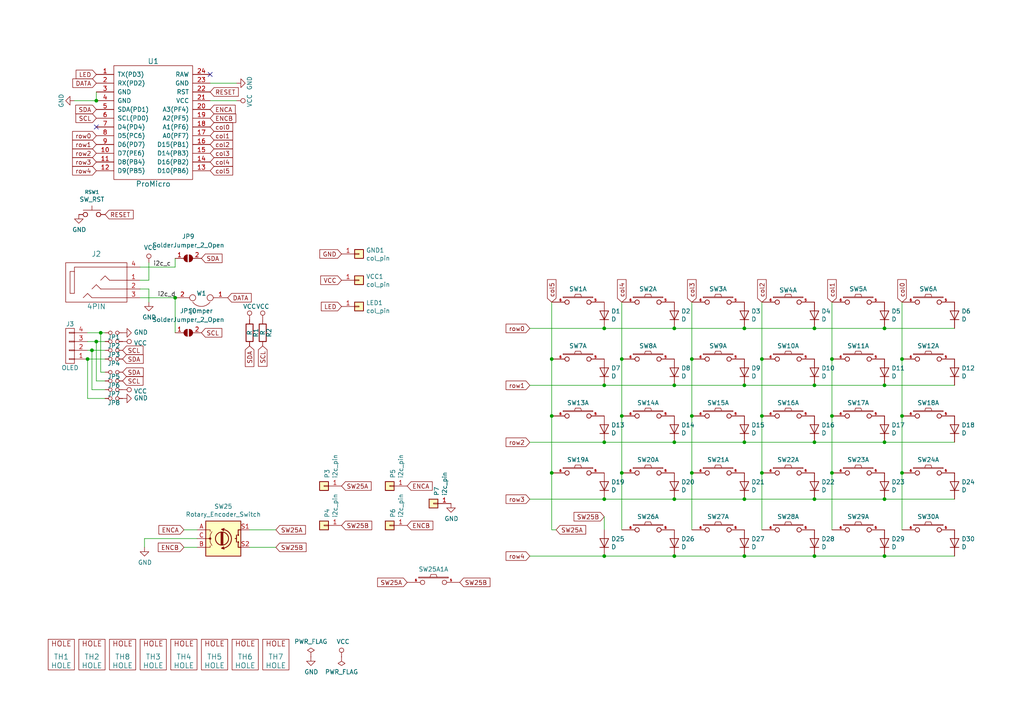
<source format=kicad_sch>
(kicad_sch (version 20211123) (generator eeschema)
  (paper "A4")
  (lib_symbols
    (symbol "Jumper:SolderJumper_2_Open" (pin_names (offset 0) hide)
      (property "Reference" "JP" (at 0 2.032 0))
      (property "Value" "SolderJumper_2_Open" (at 0 -2.54 0))
      (symbol "SolderJumper_2_Open_1_1"
        (pin passive line (at -3.81 0 0) (length 2.54) (name "A") (number "1"))
        (pin passive line (at 3.81 0 180) (length 2.54) (name "B") (number "2"))
      )
    )
    (symbol "SofleKeyboard-rescue:D-Lily58-cache-Lily58_Pro-rescue" (pin_numbers hide) (pin_names (offset 1.016) hide)
      (property "Reference" "D" (at 0 2.54 0))
      (property "Value" "D-Lily58-cache-Lily58_Pro-rescue" (at 0 -2.54 0))
      (symbol "D-Lily58-cache-Lily58_Pro-rescue_1_1"
        (pin passive line (at -3.81 0 0) (length 2.54) (name "K") (number "1"))
        (pin passive line (at 3.81 0 180) (length 2.54) (name "A") (number "2"))
      )
    )
    (symbol "SofleKeyboard-rescue:GND-Lily58-cache-Lily58_Pro-rescue" (power) (pin_names (offset 0))
      (property "Value" "GND-Lily58-cache-Lily58_Pro-rescue" (at 0 -3.81 0))
      (symbol "GND-Lily58-cache-Lily58_Pro-rescue_1_1"
        (pin power_in line (at 0 0 0) (length 0) hide (name "GND") (number "1"))
      )
    )
    (symbol "SofleKeyboard-rescue:GND-power" (power) (pin_names (offset 0))
      (property "Value" "GND-power" (at 0 -3.81 0))
      (symbol "GND-power_1_1"
        (pin power_in line (at 0 0 270) (length 0) hide (name "GND") (number "1"))
      )
    )
    (symbol "SofleKeyboard-rescue:HOLE-Lily58-cache-Lily58_Pro-rescue" (pin_names (offset 1.016))
      (property "Reference" "U" (at 0 0 0))
      (property "Value" "HOLE-Lily58-cache-Lily58_Pro-rescue" (at 0 -5.08 0))
      (symbol "HOLE-Lily58-cache-Lily58_Pro-rescue_0_0"
        (text "HOLE" (at 0 3.81 0) (effects (font (size 1.524 1.524))))
      )
    )
    (symbol "SofleKeyboard-rescue:Jumper-Device" (pin_names (offset 0.762) hide)
      (property "Reference" "JP" (at 0 3.81 0))
      (property "Value" "Jumper-Device" (at 0 -2.032 0))
      (symbol "Jumper-Device_0_1"
        (pin passive line (at -7.62 0 0) (length 4.191) (name "1") (number "1"))
        (pin passive line (at 7.62 0 180) (length 4.191) (name "2") (number "2"))
      )
    )
    (symbol "SofleKeyboard-rescue:Jumper_NO_Small-Device" (pin_numbers hide) (pin_names (offset 0.762) hide)
      (property "Reference" "JP" (at 0 2.032 0))
      (property "Value" "Jumper_NO_Small-Device" (at 0.254 -1.524 0))
      (symbol "Jumper_NO_Small-Device_0_1"
        (pin passive line (at -2.54 0 0) (length 1.016) (name "1") (number "1"))
        (pin passive line (at 2.54 0 180) (length 1.016) (name "2") (number "2"))
      )
    )
    (symbol "SofleKeyboard-rescue:MJ-4PP-9-Lily58-cache-Lily58_Pro-rescue" (pin_names (offset 1.016))
      (property "Reference" "J" (at -8.89 -7.62 0))
      (property "Value" "MJ-4PP-9-Lily58-cache-Lily58_Pro-rescue" (at -3.81 6.35 0))
      (symbol "MJ-4PP-9-Lily58-cache-Lily58_Pro-rescue_1_1"
        (pin passive line (at 11.43 0 180) (length 3.81) (name "~") (number "1"))
        (pin passive line (at 11.43 -2.54 180) (length 3.81) (name "~") (number "2"))
        (pin passive line (at 11.43 -5.08 180) (length 3.81) (name "~") (number "3"))
        (pin passive line (at 11.43 3.81 180) (length 3.81) (name "~") (number "4"))
      )
    )
    (symbol "SofleKeyboard-rescue:OLED-Lily58-cache-Lily58_Pro-rescue" (pin_names (offset 1.016) hide)
      (property "Reference" "J" (at 0 6.35 0))
      (property "Value" "OLED-Lily58-cache-Lily58_Pro-rescue" (at 2.54 0 90))
      (symbol "OLED-Lily58-cache-Lily58_Pro-rescue_1_1"
        (pin passive line (at -5.08 3.81 0) (length 3.81) (name "P1") (number "1"))
        (pin passive line (at -5.08 1.27 0) (length 3.81) (name "P2") (number "2"))
        (pin passive line (at -5.08 -1.27 0) (length 3.81) (name "P3") (number "3"))
        (pin passive line (at -5.08 -3.81 0) (length 3.81) (name "P4") (number "4"))
      )
    )
    (symbol "SofleKeyboard-rescue:PWR_FLAG-Lily58-cache-Lily58_Pro-rescue" (power) (pin_numbers hide) (pin_names (offset 0) hide)
      (property "Value" "PWR_FLAG-Lily58-cache-Lily58_Pro-rescue" (at 0 3.81 0))
      (symbol "PWR_FLAG-Lily58-cache-Lily58_Pro-rescue_0_0"
        (pin power_out line (at 0 0 90) (length 0) (name "pwr") (number "1"))
      )
    )
    (symbol "SofleKeyboard-rescue:ProMicro_2-Lily58-cache-Lily58_Pro-rescue" (pin_names (offset 1.016))
      (property "Reference" "U" (at 0 17.78 0))
      (property "Value" "ProMicro_2-Lily58-cache-Lily58_Pro-rescue" (at 0 -17.78 0))
      (symbol "ProMicro_2-Lily58-cache-Lily58_Pro-rescue_1_1"
        (pin input line (at -16.51 13.97 0) (length 5.08) (name "TX(PD3)") (number "1"))
        (pin input line (at -16.51 -8.89 0) (length 5.08) (name "D7(PE6)") (number "10"))
        (pin input line (at -16.51 -11.43 0) (length 5.08) (name "D8(PB4)") (number "11"))
        (pin input line (at -16.51 -13.97 0) (length 5.08) (name "D9(PB5)") (number "12"))
        (pin input line (at 16.51 -13.97 180) (length 5.08) (name "D10(PB6)") (number "13"))
        (pin input line (at 16.51 -11.43 180) (length 5.08) (name "D16(PB2)") (number "14"))
        (pin input line (at 16.51 -8.89 180) (length 5.08) (name "D14(PB3)") (number "15"))
        (pin input line (at 16.51 -6.35 180) (length 5.08) (name "D15(PB1)") (number "16"))
        (pin input line (at 16.51 -3.81 180) (length 5.08) (name "A0(PF7)") (number "17"))
        (pin input line (at 16.51 -1.27 180) (length 5.08) (name "A1(PF6)") (number "18"))
        (pin input line (at 16.51 1.27 180) (length 5.08) (name "A2(PF5)") (number "19"))
        (pin input line (at -16.51 11.43 0) (length 5.08) (name "RX(PD2)") (number "2"))
        (pin input line (at 16.51 3.81 180) (length 5.08) (name "A3(PF4)") (number "20"))
        (pin input line (at 16.51 6.35 180) (length 5.08) (name "VCC") (number "21"))
        (pin input line (at 16.51 8.89 180) (length 5.08) (name "RST") (number "22"))
        (pin input line (at 16.51 11.43 180) (length 5.08) (name "GND") (number "23"))
        (pin input line (at 16.51 13.97 180) (length 5.08) (name "RAW") (number "24"))
        (pin input line (at -16.51 8.89 0) (length 5.08) (name "GND") (number "3"))
        (pin input line (at -16.51 6.35 0) (length 5.08) (name "GND") (number "4"))
        (pin input line (at -16.51 3.81 0) (length 5.08) (name "SDA(PD1)") (number "5"))
        (pin input line (at -16.51 1.27 0) (length 5.08) (name "SCL(PD0)") (number "6"))
        (pin input line (at -16.51 -1.27 0) (length 5.08) (name "D4(PD4)") (number "7"))
        (pin input line (at -16.51 -3.81 0) (length 5.08) (name "D5(PC6)") (number "8"))
        (pin input line (at -16.51 -6.35 0) (length 5.08) (name "D6(PD7)") (number "9"))
      )
    )
    (symbol "SofleKeyboard-rescue:R-Lily58-cache-Lily58_Pro-rescue" (pin_numbers hide) (pin_names (offset 0))
      (property "Reference" "R" (at 0 0 90))
      (property "Value" "R-Lily58-cache-Lily58_Pro-rescue" (at -2.54 0 90))
      (symbol "R-Lily58-cache-Lily58_Pro-rescue_1_1"
        (pin passive line (at 0 3.81 270) (length 1.27) (name "~") (number "1"))
        (pin passive line (at 0 -3.81 90) (length 1.27) (name "~") (number "2"))
      )
    )
    (symbol "SofleKeyboard-rescue:Rotary_Encoder_Switch-Device" (pin_names (offset 0.254) hide)
      (property "Reference" "SW" (at 0 6.604 0))
      (property "Value" "Rotary_Encoder_Switch-Device" (at 0 -6.604 0))
      (symbol "Rotary_Encoder_Switch-Device_1_1"
        (pin passive line (at -7.62 2.54 0) (length 2.54) (name "A") (number "A"))
        (pin passive line (at -7.62 -2.54 0) (length 2.54) (name "B") (number "B"))
        (pin passive line (at -7.62 0 0) (length 2.54) (name "C") (number "C"))
        (pin passive line (at 7.62 2.54 180) (length 2.54) (name "S1") (number "S1"))
        (pin passive line (at 7.62 -2.54 180) (length 2.54) (name "S2") (number "S2"))
      )
    )
    (symbol "SofleKeyboard-rescue:SW_RST-Lily58-cache-Lily58_Pro-rescue" (pin_numbers hide) (pin_names (offset 1.016) hide)
      (property "Reference" "RSW" (at 2.54 2.54 0))
      (property "Value" "SW_RST-Lily58-cache-Lily58_Pro-rescue" (at 0 -2.54 0))
      (symbol "SW_RST-Lily58-cache-Lily58_Pro-rescue_0_1"
        (pin passive inverted (at -3.81 0 0) (length 2.54) (name "1") (number "1"))
        (pin passive inverted (at 3.81 0 180) (length 2.54) (name "2") (number "2"))
      )
    )
    (symbol "SofleKeyboard-rescue:VCC-Lily58-cache-Lily58_Pro-rescue" (power) (pin_names (offset 0))
      (property "Value" "VCC-Lily58-cache-Lily58_Pro-rescue" (at 0 3.81 0))
      (symbol "VCC-Lily58-cache-Lily58_Pro-rescue_1_1"
        (pin power_in line (at 0 0 90) (length 0) hide (name "VCC") (number "1"))
      )
    )
    (symbol "SofleKeyboard-rescue:VCC-power" (power) (pin_names (offset 0))
      (property "Value" "VCC-power" (at 0 3.81 0))
      (symbol "VCC-power_1_1"
        (pin power_in line (at 0 0 90) (length 0) hide (name "VCC") (number "1"))
      )
    )
    (symbol "SofleKeyboard-rescue:i2c_pin-Lily58-cache" (pin_names (offset 1.016) hide)
      (property "Reference" "J" (at 0 2.54 0))
      (property "Value" "i2c_pin-Lily58-cache" (at 0 -2.54 0))
      (symbol "i2c_pin-Lily58-cache_1_1"
        (pin passive line (at -5.08 0 0) (length 3.81) (name "Pin_1") (number "1"))
      )
    )
    (symbol "SofleKeyboard-rescue:i2c_pin-Lily58-cache-Lily58_Pro-rescue" (pin_names (offset 1.016) hide)
      (property "Reference" "J" (at 0 2.54 0))
      (property "Value" "i2c_pin-Lily58-cache-Lily58_Pro-rescue" (at 0 -2.54 0))
      (symbol "i2c_pin-Lily58-cache-Lily58_Pro-rescue_1_1"
        (pin passive line (at -5.08 0 0) (length 3.81) (name "Pin_1") (number "1"))
      )
    )
    (symbol "SofleKeyboard:SW_PUSH-MX_W_LED" (pin_names (offset 1.016))
      (property "Reference" "SW?" (at 0 3.81 0))
      (property "Value" "SW_PUSH-MX_W_LED" (at 1.27 -3.81 0))
      (symbol "SW_PUSH-MX_W_LED_1_1"
        (pin passive inverted (at 7.62 0 180) (length 5.08) (name "~") (number "5"))
        (pin passive inverted (at -7.62 0 0) (length 5.08) (name "~") (number "6"))
      )
      (symbol "SW_PUSH-MX_W_LED_2_0"
        (text "SK6812mini" (at 0 0 0) (effects (font (size 0.7874 0.7874))))
      )
      (symbol "SW_PUSH-MX_W_LED_2_1"
        (pin output line (at -5.08 1.27 0) (length 1.27) (name "DOUT") (number "1"))
        (pin power_in line (at -5.08 -1.27 0) (length 1.27) (name "VSS") (number "2"))
        (pin input line (at 5.08 -1.27 180) (length 1.27) (name "DIN") (number "3"))
        (pin power_in line (at 5.08 1.27 180) (length 1.27) (name "VDD") (number "4"))
      )
    )
  )
  (junction (at 27.94 29.21))
  (junction (at 180.34 104.14))
  (junction (at 195.58 111.76))
  (junction (at 236.22 144.78))
  (junction (at 195.58 128.27))
  (junction (at 200.66 137.16))
  (junction (at 180.34 137.16))
  (junction (at 261.62 104.14))
  (junction (at 29.21 96.52))
  (junction (at 236.22 161.29))
  (junction (at 215.9 111.76))
  (junction (at 175.26 161.29))
  (junction (at 175.26 128.27))
  (junction (at 27.94 99.06))
  (junction (at 215.9 144.78))
  (junction (at 195.58 95.25))
  (junction (at 256.54 161.29))
  (junction (at 195.58 144.78))
  (junction (at 236.22 111.76))
  (junction (at 220.98 104.14))
  (junction (at 160.02 137.16))
  (junction (at 256.54 144.78))
  (junction (at 241.3 137.16))
  (junction (at 256.54 95.25))
  (junction (at 261.62 120.65))
  (junction (at 256.54 111.76))
  (junction (at 215.9 161.29))
  (junction (at 160.02 120.65))
  (junction (at 241.3 104.14))
  (junction (at 220.98 137.16))
  (junction (at 261.62 137.16))
  (junction (at 175.26 95.25))
  (junction (at 215.9 128.27))
  (junction (at 256.54 128.27))
  (junction (at 175.26 144.78))
  (junction (at 195.58 161.29))
  (junction (at 50.8 86.36))
  (junction (at 25.4 104.14))
  (junction (at 175.26 111.76))
  (junction (at 236.22 95.25))
  (junction (at 200.66 120.65))
  (junction (at 200.66 104.14))
  (junction (at 160.02 104.14))
  (junction (at 26.67 101.6))
  (junction (at 215.9 95.25))
  (junction (at 241.3 120.65))
  (junction (at 220.98 120.65))
  (junction (at 236.22 128.27))
  (junction (at 180.34 120.65))
  (no_connect (at 60.96 21.59))
  (no_connect (at 27.94 36.83))
  (wire (pts (xy 41.91 156.21) (xy 41.91 158.75)))
  (wire (pts (xy 53.34 153.67) (xy 57.15 153.67)))
  (wire (pts (xy 220.98 104.14) (xy 220.98 120.65)))
  (wire (pts (xy 175.26 144.78) (xy 153.67 144.78)))
  (wire (pts (xy 40.64 86.36) (xy 50.8 86.36)))
  (wire (pts (xy 241.3 87.63) (xy 241.3 104.14)))
  (wire (pts (xy 72.39 153.67) (xy 80.01 153.67)))
  (wire (pts (xy 26.67 113.03) (xy 30.48 113.03)))
  (wire (pts (xy 175.26 128.27) (xy 153.67 128.27)))
  (wire (pts (xy 160.02 87.63) (xy 160.02 104.14)))
  (wire (pts (xy 236.22 144.78) (xy 256.54 144.78)))
  (wire (pts (xy 160.02 104.14) (xy 160.02 120.65)))
  (wire (pts (xy 175.26 111.76) (xy 153.67 111.76)))
  (wire (pts (xy 256.54 95.25) (xy 236.22 95.25)))
  (wire (pts (xy 261.62 137.16) (xy 261.62 153.67)))
  (wire (pts (xy 241.3 137.16) (xy 241.3 120.65)))
  (wire (pts (xy 43.18 76.2) (xy 43.18 81.28)))
  (wire (pts (xy 25.4 96.52) (xy 29.21 96.52)))
  (wire (pts (xy 200.66 87.63) (xy 200.66 104.14)))
  (wire (pts (xy 175.26 161.29) (xy 195.58 161.29)))
  (wire (pts (xy 27.94 110.49) (xy 30.48 110.49)))
  (wire (pts (xy 261.62 120.65) (xy 261.62 137.16)))
  (wire (pts (xy 256.54 95.25) (xy 276.86 95.25)))
  (wire (pts (xy 220.98 87.63) (xy 220.98 104.14)))
  (wire (pts (xy 27.94 29.21) (xy 21.59 29.21)))
  (wire (pts (xy 195.58 95.25) (xy 215.9 95.25)))
  (wire (pts (xy 153.67 161.29) (xy 175.26 161.29)))
  (wire (pts (xy 25.4 104.14) (xy 25.4 115.57)))
  (wire (pts (xy 175.26 95.25) (xy 153.67 95.25)))
  (wire (pts (xy 27.94 26.67) (xy 27.94 29.21)))
  (wire (pts (xy 26.67 101.6) (xy 30.48 101.6)))
  (wire (pts (xy 195.58 128.27) (xy 215.9 128.27)))
  (wire (pts (xy 215.9 128.27) (xy 236.22 128.27)))
  (wire (pts (xy 50.8 74.93) (xy 50.8 77.47)))
  (wire (pts (xy 256.54 161.29) (xy 276.86 161.29)))
  (wire (pts (xy 220.98 120.65) (xy 220.98 137.16)))
  (wire (pts (xy 236.22 128.27) (xy 256.54 128.27)))
  (wire (pts (xy 241.3 137.16) (xy 241.3 153.67)))
  (wire (pts (xy 195.58 111.76) (xy 215.9 111.76)))
  (wire (pts (xy 60.96 24.13) (xy 68.58 24.13)))
  (wire (pts (xy 25.4 115.57) (xy 30.48 115.57)))
  (wire (pts (xy 26.67 101.6) (xy 26.67 113.03)))
  (wire (pts (xy 25.4 101.6) (xy 26.67 101.6)))
  (wire (pts (xy 29.21 96.52) (xy 30.48 96.52)))
  (wire (pts (xy 195.58 144.78) (xy 215.9 144.78)))
  (wire (pts (xy 195.58 144.78) (xy 175.26 144.78)))
  (wire (pts (xy 160.02 137.16) (xy 160.02 153.67)))
  (wire (pts (xy 200.66 104.14) (xy 200.66 120.65)))
  (wire (pts (xy 40.64 77.47) (xy 50.8 77.47)))
  (wire (pts (xy 57.15 156.21) (xy 41.91 156.21)))
  (wire (pts (xy 30.48 104.14) (xy 25.4 104.14)))
  (wire (pts (xy 29.21 96.52) (xy 29.21 107.95)))
  (wire (pts (xy 160.02 120.65) (xy 160.02 137.16)))
  (wire (pts (xy 200.66 120.65) (xy 200.66 137.16)))
  (wire (pts (xy 40.64 83.82) (xy 43.18 83.82)))
  (wire (pts (xy 215.9 95.25) (xy 236.22 95.25)))
  (wire (pts (xy 215.9 144.78) (xy 236.22 144.78)))
  (wire (pts (xy 215.9 111.76) (xy 236.22 111.76)))
  (wire (pts (xy 256.54 111.76) (xy 276.86 111.76)))
  (wire (pts (xy 72.39 158.75) (xy 80.01 158.75)))
  (wire (pts (xy 256.54 128.27) (xy 276.86 128.27)))
  (wire (pts (xy 256.54 144.78) (xy 276.86 144.78)))
  (wire (pts (xy 261.62 120.65) (xy 261.62 104.14)))
  (wire (pts (xy 27.94 99.06) (xy 30.48 99.06)))
  (wire (pts (xy 180.34 120.65) (xy 180.34 137.16)))
  (wire (pts (xy 27.94 99.06) (xy 27.94 110.49)))
  (wire (pts (xy 160.02 153.67) (xy 161.29 153.67)))
  (wire (pts (xy 43.18 81.28) (xy 40.64 81.28)))
  (wire (pts (xy 180.34 104.14) (xy 180.34 120.65)))
  (wire (pts (xy 53.34 158.75) (xy 57.15 158.75)))
  (wire (pts (xy 200.66 137.16) (xy 200.66 153.67)))
  (wire (pts (xy 195.58 95.25) (xy 175.26 95.25)))
  (wire (pts (xy 43.18 83.82) (xy 43.18 87.63)))
  (wire (pts (xy 50.8 86.36) (xy 50.8 96.52)))
  (wire (pts (xy 180.34 87.63) (xy 180.34 104.14)))
  (wire (pts (xy 175.26 149.86) (xy 175.26 153.67)))
  (wire (pts (xy 60.96 29.21) (xy 68.58 29.21)))
  (wire (pts (xy 236.22 161.29) (xy 256.54 161.29)))
  (wire (pts (xy 29.21 107.95) (xy 30.48 107.95)))
  (wire (pts (xy 261.62 104.14) (xy 261.62 87.63)))
  (wire (pts (xy 195.58 111.76) (xy 175.26 111.76)))
  (wire (pts (xy 220.98 137.16) (xy 220.98 153.67)))
  (wire (pts (xy 215.9 161.29) (xy 236.22 161.29)))
  (wire (pts (xy 236.22 111.76) (xy 256.54 111.76)))
  (wire (pts (xy 195.58 161.29) (xy 215.9 161.29)))
  (wire (pts (xy 241.3 104.14) (xy 241.3 120.65)))
  (wire (pts (xy 195.58 128.27) (xy 175.26 128.27)))
  (wire (pts (xy 25.4 99.06) (xy 27.94 99.06)))
  (wire (pts (xy 180.34 137.16) (xy 180.34 153.67)))
  (label "i2c_c" (at 44.45 77.47 0))
  (label "i2c_d" (at 45.72 86.36 0))
  (global_label "col1" (shape input) (at 241.3 87.63 90) (property "Intersheet References" "${INTERSHEET_REFS}" (effects hide)))
  (global_label "SW25A" (shape input) (at 161.29 153.67 0) (property "Intersheet References" "${INTERSHEET_REFS}" (effects hide)))
  (global_label "SCL" (shape input) (at 58.42 96.52 0) (property "Intersheet References" "${INTERSHEET_REFS}" (effects hide)))
  (global_label "ENCB" (shape input) (at 53.34 158.75 180) (property "Intersheet References" "${INTERSHEET_REFS}" (effects hide)))
  (global_label "col1" (shape input) (at 60.96 39.37 0) (property "Intersheet References" "${INTERSHEET_REFS}" (effects hide)))
  (global_label "SDA" (shape input) (at 72.39 100.33 270) (property "Intersheet References" "${INTERSHEET_REFS}" (effects hide)))
  (global_label "col3" (shape input) (at 200.66 87.63 90) (property "Intersheet References" "${INTERSHEET_REFS}" (effects hide)))
  (global_label "col0" (shape input) (at 60.96 36.83 0) (property "Intersheet References" "${INTERSHEET_REFS}" (effects hide)))
  (global_label "SW25A" (shape input) (at 80.01 153.67 0) (property "Intersheet References" "${INTERSHEET_REFS}" (effects hide)))
  (global_label "row4" (shape input) (at 153.67 161.29 180) (property "Intersheet References" "${INTERSHEET_REFS}" (effects hide)))
  (global_label "col4" (shape input) (at 60.96 46.99 0) (property "Intersheet References" "${INTERSHEET_REFS}" (effects hide)))
  (global_label "row2" (shape input) (at 153.67 128.27 180) (property "Intersheet References" "${INTERSHEET_REFS}" (effects hide)))
  (global_label "SCL" (shape input) (at 76.2 100.33 270) (property "Intersheet References" "${INTERSHEET_REFS}" (effects hide)))
  (global_label "col0" (shape input) (at 261.62 87.63 90) (property "Intersheet References" "${INTERSHEET_REFS}" (effects hide)))
  (global_label "GND" (shape input) (at 99.06 73.66 180) (property "Intersheet References" "${INTERSHEET_REFS}" (effects hide)))
  (global_label "DATA" (shape input) (at 66.04 86.36 0) (property "Intersheet References" "${INTERSHEET_REFS}" (effects hide)))
  (global_label "RESET" (shape input) (at 60.96 26.67 0) (property "Intersheet References" "${INTERSHEET_REFS}" (effects hide)))
  (global_label "VCC" (shape input) (at 99.06 81.28 180) (property "Intersheet References" "${INTERSHEET_REFS}" (effects hide)))
  (global_label "SDA" (shape input) (at 35.56 104.14 0) (property "Intersheet References" "${INTERSHEET_REFS}" (effects hide)))
  (global_label "SCL" (shape input) (at 27.94 34.29 180) (property "Intersheet References" "${INTERSHEET_REFS}" (effects hide)))
  (global_label "row0" (shape input) (at 27.94 39.37 180) (property "Intersheet References" "${INTERSHEET_REFS}" (effects hide)))
  (global_label "row0" (shape input) (at 153.67 95.25 180) (property "Intersheet References" "${INTERSHEET_REFS}" (effects hide)))
  (global_label "LED" (shape input) (at 99.06 88.9 180) (property "Intersheet References" "${INTERSHEET_REFS}" (effects hide)))
  (global_label "row3" (shape input) (at 153.67 144.78 180) (property "Intersheet References" "${INTERSHEET_REFS}" (effects hide)))
  (global_label "ENCA" (shape input) (at 53.34 153.67 180) (property "Intersheet References" "${INTERSHEET_REFS}" (effects hide)))
  (global_label "SDA" (shape input) (at 27.94 31.75 180) (property "Intersheet References" "${INTERSHEET_REFS}" (effects hide)))
  (global_label "LED" (shape input) (at 27.94 21.59 180) (property "Intersheet References" "${INTERSHEET_REFS}" (effects hide)))
  (global_label "SCL" (shape input) (at 35.56 101.6 0) (property "Intersheet References" "${INTERSHEET_REFS}" (effects hide)))
  (global_label "row3" (shape input) (at 27.94 46.99 180) (property "Intersheet References" "${INTERSHEET_REFS}" (effects hide)))
  (global_label "SW25A" (shape input) (at 99.06 140.97 0) (property "Intersheet References" "${INTERSHEET_REFS}" (effects hide)))
  (global_label "ENCB" (shape input) (at 118.11 152.4 0) (property "Intersheet References" "${INTERSHEET_REFS}" (effects hide)))
  (global_label "col5" (shape input) (at 60.96 49.53 0) (property "Intersheet References" "${INTERSHEET_REFS}" (effects hide)))
  (global_label "col3" (shape input) (at 60.96 44.45 0) (property "Intersheet References" "${INTERSHEET_REFS}" (effects hide)))
  (global_label "ENCB" (shape input) (at 60.96 34.29 0) (property "Intersheet References" "${INTERSHEET_REFS}" (effects hide)))
  (global_label "row1" (shape input) (at 153.67 111.76 180) (property "Intersheet References" "${INTERSHEET_REFS}" (effects hide)))
  (global_label "col5" (shape input) (at 160.02 87.63 90) (property "Intersheet References" "${INTERSHEET_REFS}" (effects hide)))
  (global_label "col2" (shape input) (at 60.96 41.91 0) (property "Intersheet References" "${INTERSHEET_REFS}" (effects hide)))
  (global_label "RESET" (shape input) (at 30.48 62.23 0) (property "Intersheet References" "${INTERSHEET_REFS}" (effects hide)))
  (global_label "ENCA" (shape input) (at 118.11 140.97 0) (property "Intersheet References" "${INTERSHEET_REFS}" (effects hide)))
  (global_label "SW25B" (shape input) (at 133.35 168.91 0) (property "Intersheet References" "${INTERSHEET_REFS}" (effects hide)))
  (global_label "row4" (shape input) (at 27.94 49.53 180) (property "Intersheet References" "${INTERSHEET_REFS}" (effects hide)))
  (global_label "col2" (shape input) (at 220.98 87.63 90) (property "Intersheet References" "${INTERSHEET_REFS}" (effects hide)))
  (global_label "SW25B" (shape input) (at 175.26 149.86 180) (property "Intersheet References" "${INTERSHEET_REFS}" (effects hide)))
  (global_label "row1" (shape input) (at 27.94 41.91 180) (property "Intersheet References" "${INTERSHEET_REFS}" (effects hide)))
  (global_label "SDA" (shape input) (at 35.56 107.95 0) (property "Intersheet References" "${INTERSHEET_REFS}" (effects hide)))
  (global_label "SCL" (shape input) (at 35.56 110.49 0) (property "Intersheet References" "${INTERSHEET_REFS}" (effects hide)))
  (global_label "row2" (shape input) (at 27.94 44.45 180) (property "Intersheet References" "${INTERSHEET_REFS}" (effects hide)))
  (global_label "ENCA" (shape input) (at 60.96 31.75 0) (property "Intersheet References" "${INTERSHEET_REFS}" (effects hide)))
  (global_label "col4" (shape input) (at 180.34 87.63 90) (property "Intersheet References" "${INTERSHEET_REFS}" (effects hide)))
  (global_label "DATA" (shape input) (at 27.94 24.13 180) (property "Intersheet References" "${INTERSHEET_REFS}" (effects hide)))
  (global_label "SW25B" (shape input) (at 99.06 152.4 0) (property "Intersheet References" "${INTERSHEET_REFS}" (effects hide)))
  (global_label "SDA" (shape input) (at 58.42 74.93 0) (property "Intersheet References" "${INTERSHEET_REFS}" (effects hide)))
  (global_label "SW25B" (shape input) (at 80.01 158.75 0) (property "Intersheet References" "${INTERSHEET_REFS}" (effects hide)))
  (global_label "SW25A" (shape input) (at 118.11 168.91 180) (property "Intersheet References" "${INTERSHEET_REFS}" (effects hide)))
  (symbol (lib_id "SofleKeyboard-rescue:ProMicro_2-Lily58-cache-Lily58_Pro-rescue") (at 44.45 35.56 0) (unit 1)
    (property "Reference" "U1" (at 44.45 17.78 0) (effects (font (size 1.524 1.524))))
    (property "Value" "ProMicro" (at 44.45 53.34 0) (effects (font (size 1.524 1.524))))
    (property "Footprint" "SofleRGB:ProMicro" (effects hide))
  )
  (symbol (lib_id "SofleKeyboard:SW_PUSH-MX_W_LED") (at 187.96 153.67 0) (unit 1)
    (property "Reference" "SW26" (at 187.96 149.86 0))
    (property "Value" "SW_PUSH-MX_W_LED" (effects hide))
    (property "Footprint" "SofleRGB:SK6812MINI_and_cherry_NoLEDPads" (effects hide))
  )
  (symbol (lib_id "SofleKeyboard:SW_PUSH-MX_W_LED") (at 167.64 87.63 0) (unit 1)
    (property "Reference" "SW1" (at 167.64 83.82 0))
    (property "Value" "SW_PUSH-MX_W_LED" (effects hide))
    (property "Footprint" "SofleRGB:SK6812MINI_and_cherry_NoLEDPads" (effects hide))
  )
  (symbol (lib_id "SofleKeyboard-rescue:D-Lily58-cache-Lily58_Pro-rescue") (at 175.26 91.44 90) (unit 1)
    (property "Reference" "D1" (at 177.2666 90.2716 90) (effects (justify right)))
    (property "Value" "D" (at 177.2666 92.583 90) (effects (justify right)))
    (property "Footprint" "SofleRGB:crkbd-diode" (effects hide))
  )
  (symbol (lib_id "SofleKeyboard:SW_PUSH-MX_W_LED") (at 187.96 87.63 0) (unit 1)
    (property "Reference" "SW2" (at 187.96 83.82 0))
    (property "Value" "SW_PUSH-MX_W_LED" (effects hide))
    (property "Footprint" "SofleRGB:SK6812MINI_and_cherry_NoLEDPads" (effects hide))
  )
  (symbol (lib_id "SofleKeyboard-rescue:D-Lily58-cache-Lily58_Pro-rescue") (at 195.58 91.44 90) (unit 1)
    (property "Reference" "D2" (at 197.5866 90.2716 90) (effects (justify right)))
    (property "Value" "D" (at 197.5866 92.583 90) (effects (justify right)))
    (property "Footprint" "SofleRGB:crkbd-diode" (effects hide))
  )
  (symbol (lib_id "SofleKeyboard:SW_PUSH-MX_W_LED") (at 208.28 87.63 0) (unit 1)
    (property "Reference" "SW3" (at 208.28 83.82 0))
    (property "Value" "SW_PUSH-MX_W_LED" (effects hide))
    (property "Footprint" "SofleRGB:SK6812MINI_and_cherry_NoLEDPads" (effects hide))
  )
  (symbol (lib_id "SofleKeyboard-rescue:D-Lily58-cache-Lily58_Pro-rescue") (at 215.9 91.44 90) (unit 1)
    (property "Reference" "D3" (at 217.9066 90.2716 90) (effects (justify right)))
    (property "Value" "D" (at 217.9066 92.583 90) (effects (justify right)))
    (property "Footprint" "SofleRGB:crkbd-diode" (effects hide))
  )
  (symbol (lib_id "SofleKeyboard:SW_PUSH-MX_W_LED") (at 228.6 87.63 0) (unit 1)
    (property "Reference" "SW4" (at 228.6 84.1502 0))
    (property "Value" "SW_PUSH-MX_W_LED" (effects hide))
    (property "Footprint" "SofleRGB:SK6812MINI_and_cherry_NoLEDPads" (effects hide))
  )
  (symbol (lib_id "SofleKeyboard-rescue:D-Lily58-cache-Lily58_Pro-rescue") (at 236.22 91.44 90) (unit 1)
    (property "Reference" "D4" (at 238.2266 90.2716 90) (effects (justify right)))
    (property "Value" "D" (at 238.2266 92.583 90) (effects (justify right)))
    (property "Footprint" "SofleRGB:crkbd-diode" (effects hide))
  )
  (symbol (lib_id "SofleKeyboard:SW_PUSH-MX_W_LED") (at 248.92 87.63 0) (unit 1)
    (property "Reference" "SW5" (at 248.92 83.82 0))
    (property "Value" "SW_PUSH-MX_W_LED" (effects hide))
    (property "Footprint" "SofleRGB:SK6812MINI_and_cherry_NoLEDPads" (effects hide))
  )
  (symbol (lib_id "SofleKeyboard-rescue:D-Lily58-cache-Lily58_Pro-rescue") (at 256.54 91.44 90) (unit 1)
    (property "Reference" "D5" (at 258.5466 90.2716 90) (effects (justify right)))
    (property "Value" "D" (at 258.5466 92.583 90) (effects (justify right)))
    (property "Footprint" "SofleRGB:crkbd-diode" (effects hide))
  )
  (symbol (lib_id "SofleKeyboard:SW_PUSH-MX_W_LED") (at 269.24 87.63 0) (unit 1)
    (property "Reference" "SW6" (at 269.24 83.82 0))
    (property "Value" "SW_PUSH-MX_W_LED" (effects hide))
    (property "Footprint" "SofleRGB:SK6812MINI_and_cherry_NoLEDPads" (effects hide))
  )
  (symbol (lib_id "SofleKeyboard-rescue:D-Lily58-cache-Lily58_Pro-rescue") (at 276.86 91.44 90) (unit 1)
    (property "Reference" "D6" (at 278.8666 90.2716 90) (effects (justify right)))
    (property "Value" "D" (at 278.8666 92.583 90) (effects (justify right)))
    (property "Footprint" "SofleRGB:crkbd-diode" (effects hide))
  )
  (symbol (lib_id "SofleKeyboard:SW_PUSH-MX_W_LED") (at 187.96 104.14 0) (unit 1)
    (property "Reference" "SW8" (at 187.96 100.33 0))
    (property "Value" "SW_PUSH-MX_W_LED" (effects hide))
    (property "Footprint" "SofleRGB:SK6812MINI_and_cherry_NoLEDPads" (effects hide))
  )
  (symbol (lib_id "SofleKeyboard:SW_PUSH-MX_W_LED") (at 208.28 104.14 0) (unit 1)
    (property "Reference" "SW9" (at 208.28 100.33 0))
    (property "Value" "SW_PUSH-MX_W_LED" (effects hide))
    (property "Footprint" "SofleRGB:SK6812MINI_and_cherry_NoLEDPads" (effects hide))
  )
  (symbol (lib_id "SofleKeyboard:SW_PUSH-MX_W_LED") (at 228.6 104.14 0) (unit 1)
    (property "Reference" "SW10" (at 228.6 100.33 0))
    (property "Value" "SW_PUSH-MX_W_LED" (effects hide))
    (property "Footprint" "SofleRGB:SK6812MINI_and_cherry_NoLEDPads" (effects hide))
  )
  (symbol (lib_id "SofleKeyboard:SW_PUSH-MX_W_LED") (at 248.92 104.14 0) (unit 1)
    (property "Reference" "SW11" (at 248.92 100.33 0))
    (property "Value" "SW_PUSH-MX_W_LED" (effects hide))
    (property "Footprint" "SofleRGB:SK6812MINI_and_cherry_NoLEDPads" (effects hide))
  )
  (symbol (lib_id "SofleKeyboard:SW_PUSH-MX_W_LED") (at 269.24 104.14 0) (unit 1)
    (property "Reference" "SW12" (at 269.24 100.33 0))
    (property "Value" "SW_PUSH-MX_W_LED" (effects hide))
    (property "Footprint" "SofleRGB:SK6812MINI_and_cherry_NoLEDPads" (effects hide))
  )
  (symbol (lib_id "SofleKeyboard:SW_PUSH-MX_W_LED") (at 167.64 104.14 0) (unit 1)
    (property "Reference" "SW7" (at 167.64 100.33 0))
    (property "Value" "SW_PUSH-MX_W_LED" (effects hide))
    (property "Footprint" "SofleRGB:SK6812MINI_and_cherry_NoLEDPads" (effects hide))
  )
  (symbol (lib_id "SofleKeyboard-rescue:D-Lily58-cache-Lily58_Pro-rescue") (at 175.26 107.95 90) (unit 1)
    (property "Reference" "D7" (at 177.2666 106.7816 90) (effects (justify right)))
    (property "Value" "D" (at 177.2666 109.093 90) (effects (justify right)))
    (property "Footprint" "SofleRGB:crkbd-diode" (effects hide))
  )
  (symbol (lib_id "SofleKeyboard-rescue:D-Lily58-cache-Lily58_Pro-rescue") (at 195.58 107.95 90) (unit 1)
    (property "Reference" "D8" (at 197.5866 106.7816 90) (effects (justify right)))
    (property "Value" "D" (at 197.5866 109.093 90) (effects (justify right)))
    (property "Footprint" "SofleRGB:crkbd-diode" (effects hide))
  )
  (symbol (lib_id "SofleKeyboard-rescue:D-Lily58-cache-Lily58_Pro-rescue") (at 215.9 107.95 90) (unit 1)
    (property "Reference" "D9" (at 217.9066 106.7816 90) (effects (justify right)))
    (property "Value" "D" (at 217.9066 109.093 90) (effects (justify right)))
    (property "Footprint" "SofleRGB:crkbd-diode" (effects hide))
  )
  (symbol (lib_id "SofleKeyboard-rescue:D-Lily58-cache-Lily58_Pro-rescue") (at 236.22 107.95 90) (unit 1)
    (property "Reference" "D10" (at 238.2266 106.7816 90) (effects (justify right)))
    (property "Value" "D" (at 238.2266 109.093 90) (effects (justify right)))
    (property "Footprint" "SofleRGB:crkbd-diode" (effects hide))
  )
  (symbol (lib_id "SofleKeyboard-rescue:D-Lily58-cache-Lily58_Pro-rescue") (at 256.54 107.95 90) (unit 1)
    (property "Reference" "D11" (at 258.5466 106.7816 90) (effects (justify right)))
    (property "Value" "D" (at 258.5466 109.093 90) (effects (justify right)))
    (property "Footprint" "SofleRGB:crkbd-diode" (effects hide))
  )
  (symbol (lib_id "SofleKeyboard-rescue:D-Lily58-cache-Lily58_Pro-rescue") (at 276.86 107.95 90) (unit 1)
    (property "Reference" "D12" (at 278.8666 106.7816 90) (effects (justify right)))
    (property "Value" "D" (at 278.8666 109.093 90) (effects (justify right)))
    (property "Footprint" "SofleRGB:crkbd-diode" (effects hide))
  )
  (symbol (lib_id "SofleKeyboard:SW_PUSH-MX_W_LED") (at 167.64 120.65 0) (unit 1)
    (property "Reference" "SW13" (at 167.64 116.84 0))
    (property "Value" "SW_PUSH-MX_W_LED" (effects hide))
    (property "Footprint" "SofleRGB:SK6812MINI_and_cherry_NoLEDPads" (effects hide))
  )
  (symbol (lib_id "SofleKeyboard:SW_PUSH-MX_W_LED") (at 187.96 120.65 0) (unit 1)
    (property "Reference" "SW14" (at 187.96 116.84 0))
    (property "Value" "SW_PUSH-MX_W_LED" (effects hide))
    (property "Footprint" "SofleRGB:SK6812MINI_and_cherry_NoLEDPads" (effects hide))
  )
  (symbol (lib_id "SofleKeyboard:SW_PUSH-MX_W_LED") (at 208.28 120.65 0) (unit 1)
    (property "Reference" "SW15" (at 208.28 116.84 0))
    (property "Value" "SW_PUSH-MX_W_LED" (effects hide))
    (property "Footprint" "SofleRGB:SK6812MINI_and_cherry_NoLEDPads" (effects hide))
  )
  (symbol (lib_id "SofleKeyboard:SW_PUSH-MX_W_LED") (at 228.6 120.65 0) (unit 1)
    (property "Reference" "SW16" (at 228.6 116.84 0))
    (property "Value" "SW_PUSH-MX_W_LED" (effects hide))
    (property "Footprint" "SofleRGB:SK6812MINI_and_cherry_NoLEDPads" (effects hide))
  )
  (symbol (lib_id "SofleKeyboard:SW_PUSH-MX_W_LED") (at 248.92 120.65 0) (unit 1)
    (property "Reference" "SW17" (at 248.92 116.84 0))
    (property "Value" "SW_PUSH-MX_W_LED" (effects hide))
    (property "Footprint" "SofleRGB:SK6812MINI_and_cherry_NoLEDPads" (effects hide))
  )
  (symbol (lib_id "SofleKeyboard:SW_PUSH-MX_W_LED") (at 269.24 120.65 0) (unit 1)
    (property "Reference" "SW18" (at 269.24 116.84 0))
    (property "Value" "SW_PUSH-MX_W_LED" (effects hide))
    (property "Footprint" "SofleRGB:SK6812MINI_and_cherry_NoLEDPads" (effects hide))
  )
  (symbol (lib_id "SofleKeyboard-rescue:D-Lily58-cache-Lily58_Pro-rescue") (at 175.26 124.46 90) (unit 1)
    (property "Reference" "D13" (at 177.2666 123.2916 90) (effects (justify right)))
    (property "Value" "D" (at 177.2666 125.603 90) (effects (justify right)))
    (property "Footprint" "SofleRGB:crkbd-diode" (effects hide))
  )
  (symbol (lib_id "SofleKeyboard-rescue:D-Lily58-cache-Lily58_Pro-rescue") (at 195.58 124.46 90) (unit 1)
    (property "Reference" "D14" (at 197.5866 123.2916 90) (effects (justify right)))
    (property "Value" "D" (at 197.5866 125.603 90) (effects (justify right)))
    (property "Footprint" "SofleRGB:crkbd-diode" (effects hide))
  )
  (symbol (lib_id "SofleKeyboard-rescue:D-Lily58-cache-Lily58_Pro-rescue") (at 215.9 124.46 90) (unit 1)
    (property "Reference" "D15" (at 217.9066 123.2916 90) (effects (justify right)))
    (property "Value" "D" (at 217.9066 125.603 90) (effects (justify right)))
    (property "Footprint" "SofleRGB:crkbd-diode" (effects hide))
  )
  (symbol (lib_id "SofleKeyboard-rescue:D-Lily58-cache-Lily58_Pro-rescue") (at 236.22 124.46 90) (unit 1)
    (property "Reference" "D16" (at 238.2266 123.2916 90) (effects (justify right)))
    (property "Value" "D" (at 238.2266 125.603 90) (effects (justify right)))
    (property "Footprint" "SofleRGB:crkbd-diode" (effects hide))
  )
  (symbol (lib_id "SofleKeyboard-rescue:D-Lily58-cache-Lily58_Pro-rescue") (at 256.54 124.46 90) (unit 1)
    (property "Reference" "D17" (at 258.5466 123.2916 90) (effects (justify right)))
    (property "Value" "D" (at 258.5466 125.603 90) (effects (justify right)))
    (property "Footprint" "SofleRGB:crkbd-diode" (effects hide))
  )
  (symbol (lib_id "SofleKeyboard-rescue:D-Lily58-cache-Lily58_Pro-rescue") (at 276.86 124.46 90) (unit 1)
    (property "Reference" "D18" (at 278.8666 123.2916 90) (effects (justify right)))
    (property "Value" "D" (at 278.8666 125.603 90) (effects (justify right)))
    (property "Footprint" "SofleRGB:crkbd-diode" (effects hide))
  )
  (symbol (lib_id "SofleKeyboard:SW_PUSH-MX_W_LED") (at 208.28 137.16 0) (unit 1)
    (property "Reference" "SW21" (at 208.28 133.35 0))
    (property "Value" "SW_PUSH-MX_W_LED" (effects hide))
    (property "Footprint" "SofleRGB:SK6812MINI_and_cherry_NoLEDPads" (effects hide))
  )
  (symbol (lib_id "SofleKeyboard:SW_PUSH-MX_W_LED") (at 228.6 137.16 0) (unit 1)
    (property "Reference" "SW22" (at 228.6 133.35 0))
    (property "Value" "SW_PUSH-MX_W_LED" (effects hide))
    (property "Footprint" "SofleRGB:SK6812MINI_and_cherry_NoLEDPads" (effects hide))
  )
  (symbol (lib_id "SofleKeyboard:SW_PUSH-MX_W_LED") (at 248.92 137.16 0) (unit 1)
    (property "Reference" "SW23" (at 248.92 133.35 0))
    (property "Value" "SW_PUSH-MX_W_LED" (effects hide))
    (property "Footprint" "SofleRGB:SK6812MINI_and_cherry_NoLEDPads" (effects hide))
  )
  (symbol (lib_id "SofleKeyboard:SW_PUSH-MX_W_LED") (at 269.24 137.16 0) (unit 1)
    (property "Reference" "SW24" (at 269.24 133.35 0))
    (property "Value" "SW_PUSH-MX_W_LED" (effects hide))
    (property "Footprint" "SofleRGB:SK6812MINI_and_cherry_NoLEDPads" (effects hide))
  )
  (symbol (lib_id "SofleKeyboard:SW_PUSH-MX_W_LED") (at 187.96 137.16 0) (unit 1)
    (property "Reference" "SW20" (at 187.96 133.35 0))
    (property "Value" "SW_PUSH-MX_W_LED" (effects hide))
    (property "Footprint" "SofleRGB:SK6812MINI_and_cherry_NoLEDPads" (effects hide))
  )
  (symbol (lib_id "SofleKeyboard:SW_PUSH-MX_W_LED") (at 167.64 137.16 0) (unit 1)
    (property "Reference" "SW19" (at 167.64 133.35 0))
    (property "Value" "SW_PUSH-MX_W_LED" (effects hide))
    (property "Footprint" "SofleRGB:SK6812MINI_and_cherry_NoLEDPads" (effects hide))
  )
  (symbol (lib_id "SofleKeyboard-rescue:D-Lily58-cache-Lily58_Pro-rescue") (at 175.26 140.97 90) (unit 1)
    (property "Reference" "D19" (at 177.2666 139.8016 90) (effects (justify right)))
    (property "Value" "D" (at 177.2666 142.113 90) (effects (justify right)))
    (property "Footprint" "SofleRGB:crkbd-diode" (effects hide))
  )
  (symbol (lib_id "SofleKeyboard-rescue:D-Lily58-cache-Lily58_Pro-rescue") (at 195.58 140.97 90) (unit 1)
    (property "Reference" "D20" (at 197.5866 139.8016 90) (effects (justify right)))
    (property "Value" "D" (at 197.5866 142.113 90) (effects (justify right)))
    (property "Footprint" "SofleRGB:crkbd-diode" (effects hide))
  )
  (symbol (lib_id "SofleKeyboard-rescue:D-Lily58-cache-Lily58_Pro-rescue") (at 215.9 140.97 90) (unit 1)
    (property "Reference" "D21" (at 217.9066 139.8016 90) (effects (justify right)))
    (property "Value" "D" (at 217.9066 142.113 90) (effects (justify right)))
    (property "Footprint" "SofleRGB:crkbd-diode" (effects hide))
  )
  (symbol (lib_id "SofleKeyboard-rescue:D-Lily58-cache-Lily58_Pro-rescue") (at 236.22 140.97 90) (unit 1)
    (property "Reference" "D22" (at 238.2266 139.8016 90) (effects (justify right)))
    (property "Value" "D" (at 238.2266 142.113 90) (effects (justify right)))
    (property "Footprint" "SofleRGB:crkbd-diode" (effects hide))
  )
  (symbol (lib_id "SofleKeyboard-rescue:D-Lily58-cache-Lily58_Pro-rescue") (at 256.54 140.97 90) (unit 1)
    (property "Reference" "D23" (at 258.5466 139.8016 90) (effects (justify right)))
    (property "Value" "D" (at 258.5466 142.113 90) (effects (justify right)))
    (property "Footprint" "SofleRGB:crkbd-diode" (effects hide))
  )
  (symbol (lib_id "SofleKeyboard-rescue:D-Lily58-cache-Lily58_Pro-rescue") (at 276.86 140.97 90) (unit 1)
    (property "Reference" "D24" (at 278.8666 139.8016 90) (effects (justify right)))
    (property "Value" "D" (at 278.8666 142.113 90) (effects (justify right)))
    (property "Footprint" "SofleRGB:crkbd-diode" (effects hide))
  )
  (symbol (lib_id "SofleKeyboard:SW_PUSH-MX_W_LED") (at 208.28 153.67 0) (unit 1)
    (property "Reference" "SW27" (at 208.28 149.86 0))
    (property "Value" "SW_PUSH-MX_W_LED" (effects hide))
    (property "Footprint" "SofleRGB:SK6812MINI_and_cherry_NoLEDPads" (effects hide))
  )
  (symbol (lib_id "SofleKeyboard:SW_PUSH-MX_W_LED") (at 228.6 153.67 0) (unit 1)
    (property "Reference" "SW28" (at 228.6 149.86 0))
    (property "Value" "SW_PUSH-MX_W_LED" (effects hide))
    (property "Footprint" "SofleRGB:SK6812MINI_and_cherry_NoLEDPads" (effects hide))
  )
  (symbol (lib_id "SofleKeyboard:SW_PUSH-MX_W_LED") (at 248.92 153.67 0) (unit 1)
    (property "Reference" "SW29" (at 248.92 149.86 0))
    (property "Value" "SW_PUSH-MX_W_LED" (effects hide))
    (property "Footprint" "SofleRGB:SK6812MINI_and_cherry_NoLEDPads" (effects hide))
  )
  (symbol (lib_id "SofleKeyboard-rescue:D-Lily58-cache-Lily58_Pro-rescue") (at 175.26 157.48 90) (unit 1)
    (property "Reference" "D25" (at 177.2666 156.3116 90) (effects (justify right)))
    (property "Value" "D" (at 177.2666 158.623 90) (effects (justify right)))
    (property "Footprint" "SofleRGB:crkbd-diode" (effects hide))
  )
  (symbol (lib_id "SofleKeyboard-rescue:D-Lily58-cache-Lily58_Pro-rescue") (at 195.58 157.48 90) (unit 1)
    (property "Reference" "D26" (at 197.5866 156.3116 90) (effects (justify right)))
    (property "Value" "D" (at 197.5866 158.623 90) (effects (justify right)))
    (property "Footprint" "SofleRGB:crkbd-diode" (effects hide))
  )
  (symbol (lib_id "SofleKeyboard-rescue:D-Lily58-cache-Lily58_Pro-rescue") (at 215.9 157.48 90) (unit 1)
    (property "Reference" "D27" (at 217.9066 156.3116 90) (effects (justify right)))
    (property "Value" "D" (at 217.9066 158.623 90) (effects (justify right)))
    (property "Footprint" "SofleRGB:crkbd-diode" (effects hide))
  )
  (symbol (lib_id "SofleKeyboard-rescue:D-Lily58-cache-Lily58_Pro-rescue") (at 236.22 157.48 90) (unit 1)
    (property "Reference" "D28" (at 238.2266 156.3116 90) (effects (justify right)))
    (property "Value" "D" (at 238.2266 158.623 90) (effects (justify right)))
    (property "Footprint" "SofleRGB:crkbd-diode" (effects hide))
  )
  (symbol (lib_id "SofleKeyboard-rescue:D-Lily58-cache-Lily58_Pro-rescue") (at 256.54 157.48 90) (unit 1)
    (property "Reference" "D29" (at 258.5466 156.3116 90) (effects (justify right)))
    (property "Value" "D" (at 258.5466 158.623 90) (effects (justify right)))
    (property "Footprint" "SofleRGB:crkbd-diode" (effects hide))
  )
  (symbol (lib_id "SofleKeyboard-rescue:VCC-Lily58-cache-Lily58_Pro-rescue") (at 68.58 29.21 270) (unit 1)
    (property "Reference" "#PWR04" (effects hide))
    (property "Value" "VCC" (at 72.39 29.21 0))
  )
  (symbol (lib_id "SofleKeyboard-rescue:VCC-Lily58-cache-Lily58_Pro-rescue") (at 72.39 92.71 0) (unit 1)
    (property "Reference" "#PWR05" (effects hide))
    (property "Value" "VCC" (at 72.39 88.9 0))
  )
  (symbol (lib_id "SofleKeyboard-rescue:VCC-Lily58-cache-Lily58_Pro-rescue") (at 76.2 92.71 0) (unit 1)
    (property "Reference" "#PWR06" (effects hide))
    (property "Value" "VCC" (at 76.2 88.9 0))
  )
  (symbol (lib_id "SofleKeyboard-rescue:R-Lily58-cache-Lily58_Pro-rescue") (at 72.39 96.52 0) (unit 1)
    (property "Reference" "R1" (at 74.93 96.52 90) (effects (justify bottom)))
    (property "Value" "R" (at 72.39 96.52 90))
    (property "Footprint" "SofleRGB:RESISTOR_mini" (effects hide))
  )
  (symbol (lib_id "SofleKeyboard-rescue:R-Lily58-cache-Lily58_Pro-rescue") (at 76.2 96.52 0) (unit 1)
    (property "Reference" "R2" (at 78.74 96.52 90) (effects (justify bottom)))
    (property "Value" "R" (at 76.2 96.52 90))
    (property "Footprint" "SofleRGB:RESISTOR_mini" (effects hide))
  )
  (symbol (lib_id "SofleKeyboard-rescue:MJ-4PP-9-Lily58-cache-Lily58_Pro-rescue") (at 29.21 81.28 0) (unit 1)
    (property "Reference" "J2" (at 27.94 73.66 0) (effects (font (size 1.524 1.524))))
    (property "Value" "4PIN" (at 27.94 88.9 0) (effects (font (size 1.524 1.524))))
    (property "Footprint" "SofleRGB:MJ-4PP-9" (effects hide))
  )
  (symbol (lib_id "SofleKeyboard-rescue:GND-Lily58-cache-Lily58_Pro-rescue") (at 22.86 62.23 0) (unit 1)
    (property "Reference" "#PWR010" (effects hide))
    (property "Value" "GND" (at 22.987 66.6242 0))
  )
  (symbol (lib_id "SofleKeyboard-rescue:PWR_FLAG-Lily58-cache-Lily58_Pro-rescue") (at 90.17 190.5 0) (unit 1)
    (property "Reference" "#FLG01" (effects hide))
    (property "Value" "PWR_FLAG" (at 90.17 186.0804 0))
  )
  (symbol (lib_id "SofleKeyboard-rescue:GND-Lily58-cache-Lily58_Pro-rescue") (at 90.17 190.5 0) (unit 1)
    (property "Reference" "#PWR012" (effects hide))
    (property "Value" "GND" (at 90.297 194.8942 0))
  )
  (symbol (lib_id "SofleKeyboard-rescue:VCC-Lily58-cache-Lily58_Pro-rescue") (at 99.06 190.5 0) (unit 1)
    (property "Reference" "#PWR013" (effects hide))
    (property "Value" "VCC" (at 99.4918 186.1058 0))
  )
  (symbol (lib_id "SofleKeyboard-rescue:PWR_FLAG-Lily58-cache-Lily58_Pro-rescue") (at 99.06 190.5 180) (unit 1)
    (property "Reference" "#FLG02" (effects hide))
    (property "Value" "PWR_FLAG" (at 99.06 194.8942 0))
  )
  (symbol (lib_id "SofleKeyboard-rescue:HOLE-Lily58-cache-Lily58_Pro-rescue") (at 17.78 190.5 0) (unit 1)
    (property "Reference" "TH1" (at 17.78 190.5 0) (effects (font (size 1.524 1.524))))
    (property "Value" "HOLE" (at 17.78 193.04 0) (effects (font (size 1.524 1.524))))
    (property "Footprint" "SofleRGB:M2_HOLE_PCB" (effects hide))
  )
  (symbol (lib_id "SofleKeyboard-rescue:HOLE-Lily58-cache-Lily58_Pro-rescue") (at 26.67 190.5 0) (unit 1)
    (property "Reference" "TH2" (at 26.67 190.5 0) (effects (font (size 1.524 1.524))))
    (property "Value" "HOLE" (at 26.67 193.04 0) (effects (font (size 1.524 1.524))))
    (property "Footprint" "SofleRGB:M2_HOLE_PCB" (effects hide))
  )
  (symbol (lib_id "SofleKeyboard-rescue:HOLE-Lily58-cache-Lily58_Pro-rescue") (at 53.34 190.5 0) (unit 1)
    (property "Reference" "TH4" (at 53.34 190.5 0) (effects (font (size 1.524 1.524))))
    (property "Value" "HOLE" (at 53.34 193.04 0) (effects (font (size 1.524 1.524))))
    (property "Footprint" "SofleRGB:HOLE_M2_TH" (effects hide))
  )
  (symbol (lib_id "SofleKeyboard-rescue:HOLE-Lily58-cache-Lily58_Pro-rescue") (at 62.23 190.5 0) (unit 1)
    (property "Reference" "TH5" (at 62.23 190.5 0) (effects (font (size 1.524 1.524))))
    (property "Value" "HOLE" (at 62.23 193.04 0) (effects (font (size 1.524 1.524))))
    (property "Footprint" "SofleRGB:HOLE_M2_TH" (effects hide))
  )
  (symbol (lib_id "SofleKeyboard-rescue:HOLE-Lily58-cache-Lily58_Pro-rescue") (at 71.12 190.5 0) (unit 1)
    (property "Reference" "TH6" (at 71.12 190.5 0) (effects (font (size 1.524 1.524))))
    (property "Value" "HOLE" (at 71.12 193.04 0) (effects (font (size 1.524 1.524))))
    (property "Footprint" "SofleRGB:HOLE_M2_TH" (effects hide))
  )
  (symbol (lib_id "SofleKeyboard-rescue:HOLE-Lily58-cache-Lily58_Pro-rescue") (at 80.01 190.5 0) (unit 1)
    (property "Reference" "TH7" (at 80.01 190.5 0) (effects (font (size 1.524 1.524))))
    (property "Value" "HOLE" (at 80.01 193.04 0) (effects (font (size 1.524 1.524))))
    (property "Footprint" "SofleRGB:HOLE_M2_TH" (effects hide))
  )
  (symbol (lib_id "SofleKeyboard-rescue:HOLE-Lily58-cache-Lily58_Pro-rescue") (at 44.45 190.5 0) (unit 1)
    (property "Reference" "TH3" (at 44.45 190.5 0) (effects (font (size 1.524 1.524))))
    (property "Value" "HOLE" (at 44.45 193.04 0) (effects (font (size 1.524 1.524))))
    (property "Footprint" "SofleRGB:HOLE_M2_TH" (effects hide))
  )
  (symbol (lib_id "SofleKeyboard-rescue:GND-Lily58-cache-Lily58_Pro-rescue") (at 68.58 24.13 90) (unit 1)
    (property "Reference" "#PWR0101" (effects hide))
    (property "Value" "GND" (at 72.39 24.13 0))
  )
  (symbol (lib_id "SofleKeyboard-rescue:GND-Lily58-cache-Lily58_Pro-rescue") (at 21.59 29.21 270) (unit 1)
    (property "Reference" "#PWR0102" (effects hide))
    (property "Value" "GND" (at 17.78 29.21 0))
  )
  (symbol (lib_id "SofleKeyboard-rescue:SW_RST-Lily58-cache-Lily58_Pro-rescue") (at 26.67 62.23 0) (unit 1)
    (property "Reference" "RSW1" (at 26.67 55.7276 0) (effects (font (size 1.016 1.016))))
    (property "Value" "SW_RST" (at 26.67 57.8358 0))
    (property "Footprint" "SofleRGB:TACT_SWITCH_TVBP06" (effects hide))
  )
  (symbol (lib_id "SofleKeyboard-rescue:GND-power") (at 43.18 87.63 0) (unit 1)
    (property "Reference" "#PWR02" (effects hide))
    (property "Value" "GND" (at 43.307 92.0242 0))
  )
  (symbol (lib_id "SofleKeyboard-rescue:VCC-power") (at 43.18 76.2 0) (unit 1)
    (property "Reference" "#PWR01" (effects hide))
    (property "Value" "VCC" (at 43.6118 71.8058 0))
  )
  (symbol (lib_id "SofleKeyboard-rescue:Jumper-Device") (at 58.42 86.36 180) (unit 1)
    (property "Reference" "W1" (at 58.42 85.09 0))
    (property "Value" "jumper" (at 58.42 90.17 0))
    (property "Footprint" "SofleRGB:jumper_data" (effects hide))
  )
  (symbol (lib_id "SofleKeyboard-rescue:OLED-Lily58-cache-Lily58_Pro-rescue") (at 20.32 100.33 180) (unit 1)
    (property "Reference" "J3" (at 20.32 93.98 0))
    (property "Value" "OLED" (at 20.32 106.68 0))
    (property "Footprint" "SofleRGB:OLED_4Pin" (effects hide))
  )
  (symbol (lib_id "SofleKeyboard-rescue:Jumper_NO_Small-Device") (at 33.02 96.52 0) (unit 1)
    (property "Reference" "JP1" (at 33.02 97.79 0))
    (property "Value" "Jumper_NO_Small" (effects hide))
    (property "Footprint" "SofleRGB:Jumper" (effects hide))
  )
  (symbol (lib_id "SofleKeyboard-rescue:Jumper_NO_Small-Device") (at 33.02 99.06 0) (unit 1)
    (property "Reference" "JP2" (at 33.02 100.33 0))
    (property "Value" "Jumper_NO_Small" (effects hide))
    (property "Footprint" "SofleRGB:Jumper" (effects hide))
  )
  (symbol (lib_id "SofleKeyboard-rescue:Jumper_NO_Small-Device") (at 33.02 101.6 0) (unit 1)
    (property "Reference" "JP3" (at 33.02 102.87 0))
    (property "Value" "Jumper_NO_Small" (effects hide))
    (property "Footprint" "SofleRGB:Jumper" (effects hide))
  )
  (symbol (lib_id "SofleKeyboard-rescue:Jumper_NO_Small-Device") (at 33.02 104.14 0) (unit 1)
    (property "Reference" "JP4" (at 33.02 105.41 0))
    (property "Value" "Jumper_NO_Small" (effects hide))
    (property "Footprint" "SofleRGB:Jumper" (effects hide))
  )
  (symbol (lib_id "SofleKeyboard-rescue:Jumper_NO_Small-Device") (at 33.02 107.95 0) (unit 1)
    (property "Reference" "JP5" (at 33.02 109.22 0))
    (property "Value" "Jumper_NO_Small" (effects hide))
    (property "Footprint" "SofleRGB:Jumper" (effects hide))
  )
  (symbol (lib_id "SofleKeyboard-rescue:Jumper_NO_Small-Device") (at 33.02 110.49 0) (unit 1)
    (property "Reference" "JP6" (at 33.02 111.76 0))
    (property "Value" "Jumper_NO_Small" (effects hide))
    (property "Footprint" "SofleRGB:Jumper" (effects hide))
  )
  (symbol (lib_id "SofleKeyboard-rescue:Jumper_NO_Small-Device") (at 33.02 113.03 0) (unit 1)
    (property "Reference" "JP7" (at 33.02 114.3 0))
    (property "Value" "Jumper_NO_Small" (effects hide))
    (property "Footprint" "SofleRGB:Jumper" (effects hide))
  )
  (symbol (lib_id "SofleKeyboard-rescue:Jumper_NO_Small-Device") (at 33.02 115.57 0) (unit 1)
    (property "Reference" "JP8" (at 33.02 116.84 0))
    (property "Value" "Jumper_NO_Small" (effects hide))
    (property "Footprint" "SofleRGB:Jumper" (effects hide))
  )
  (symbol (lib_id "SofleKeyboard-rescue:GND-power") (at 35.56 96.52 90) (unit 1)
    (property "Reference" "#PWR03" (effects hide))
    (property "Value" "GND" (at 38.8112 96.393 90) (effects (justify right)))
  )
  (symbol (lib_id "SofleKeyboard-rescue:VCC-power") (at 35.56 99.06 270) (unit 1)
    (property "Reference" "#PWR09" (effects hide))
    (property "Value" "VCC" (at 38.8112 99.4918 90) (effects (justify left)))
  )
  (symbol (lib_id "SofleKeyboard-rescue:GND-power") (at 35.56 115.57 90) (unit 1)
    (property "Reference" "#PWR014" (effects hide))
    (property "Value" "GND" (at 38.8112 115.443 90) (effects (justify right)))
  )
  (symbol (lib_id "SofleKeyboard-rescue:VCC-power") (at 35.56 113.03 270) (unit 1)
    (property "Reference" "#PWR011" (effects hide))
    (property "Value" "VCC" (at 38.8112 113.4618 90) (effects (justify left)))
  )
  (symbol (lib_id "SofleKeyboard:SW_PUSH-MX_W_LED") (at 269.24 153.67 0) (unit 1)
    (property "Reference" "SW30" (at 269.24 149.86 0))
    (property "Value" "SW_PUSH-MX_W_LED" (effects hide))
    (property "Footprint" "SofleRGB:SK6812MINI_and_cherry_NoLEDPads" (effects hide))
  )
  (symbol (lib_id "SofleKeyboard-rescue:D-Lily58-cache-Lily58_Pro-rescue") (at 276.86 157.48 90) (unit 1)
    (property "Reference" "D30" (at 278.8666 156.3116 90) (effects (justify right)))
    (property "Value" "D" (at 278.8666 158.623 90) (effects (justify right)))
    (property "Footprint" "SofleRGB:crkbd-diode" (effects hide))
  )
  (symbol (lib_id "SofleKeyboard-rescue:Rotary_Encoder_Switch-Device") (at 64.77 156.21 0) (unit 1)
    (property "Reference" "SW25" (at 64.77 146.8882 0))
    (property "Value" "Rotary_Encoder_Switch" (at 64.77 149.1996 0))
    (property "Footprint" "SofleRGB:RotaryEncoder_Alps_EC11E-Switch_Vertical_H20mm-keebio_modified" (effects hide))
  )
  (symbol (lib_id "SofleKeyboard-rescue:GND-power") (at 41.91 158.75 0) (unit 1)
    (property "Reference" "#PWR0103" (effects hide))
    (property "Value" "GND" (at 42.037 163.1442 0))
  )
  (symbol (lib_id "SofleKeyboard-rescue:i2c_pin-Lily58-cache") (at 104.14 73.66 0) (unit 1)
    (property "Reference" "GND1" (at 106.172 72.5932 0) (effects (justify left)))
    (property "Value" "col_pin" (at 106.172 74.9046 0) (effects (justify left)))
    (property "Footprint" "SofleRGB:1pin_conn" (effects hide))
  )
  (symbol (lib_id "SofleKeyboard-rescue:i2c_pin-Lily58-cache") (at 104.14 81.28 0) (unit 1)
    (property "Reference" "VCC1" (at 106.172 80.2132 0) (effects (justify left)))
    (property "Value" "col_pin" (at 106.172 82.5246 0) (effects (justify left)))
    (property "Footprint" "SofleRGB:1pin_conn" (effects hide))
  )
  (symbol (lib_id "SofleKeyboard-rescue:HOLE-Lily58-cache-Lily58_Pro-rescue") (at 35.56 190.5 0) (unit 1)
    (property "Reference" "TH8" (at 35.56 190.5 0) (effects (font (size 1.524 1.524))))
    (property "Value" "HOLE" (at 35.56 193.04 0) (effects (font (size 1.524 1.524))))
    (property "Footprint" "SofleRGB:M2_HOLE_PCB" (effects hide))
  )
  (symbol (lib_id "SofleKeyboard-rescue:i2c_pin-Lily58-cache") (at 104.14 88.9 0) (unit 1)
    (property "Reference" "LED1" (at 106.172 87.8332 0) (effects (justify left)))
    (property "Value" "col_pin" (at 106.172 90.1446 0) (effects (justify left)))
    (property "Footprint" "SofleRGB:1pin_conn" (effects hide))
  )
  (symbol (lib_id "SofleKeyboard:SW_PUSH-MX_W_LED") (at 125.73 168.91 0) (unit 1)
    (property "Reference" "SW25A1" (at 125.73 165.1 0))
    (property "Value" "SW_PUSH-MX_W_LED" (effects hide))
    (property "Footprint" "SofleRGB:SK6812MINI_and_cherry_NoLEDPads" (effects hide))
  )
  (symbol (lib_id "SofleKeyboard-rescue:GND-power") (at 130.81 146.05 0) (unit 1)
    (property "Reference" "#PWR0104" (effects hide))
    (property "Value" "GND" (at 130.937 150.4442 0))
  )
  (symbol (lib_id "SofleKeyboard-rescue:i2c_pin-Lily58-cache-Lily58_Pro-rescue") (at 93.98 152.4 180) (unit 1)
    (property "Reference" "P4" (at 94.8944 150.1648 90) (effects (justify right)))
    (property "Value" "i2c_pin" (at 97.2058 150.1648 90) (effects (justify right)))
    (property "Footprint" "SofleRGB:1pin_conn" (effects hide))
  )
  (symbol (lib_id "SofleKeyboard-rescue:i2c_pin-Lily58-cache-Lily58_Pro-rescue") (at 125.73 146.05 180) (unit 1)
    (property "Reference" "P7" (at 126.6444 143.8148 90) (effects (justify right)))
    (property "Value" "i2c_pin" (at 128.9558 143.8148 90) (effects (justify right)))
    (property "Footprint" "SofleRGB:1pin_conn" (effects hide))
  )
  (symbol (lib_id "Jumper:SolderJumper_2_Open") (at 54.61 74.93 0) (unit 1)
    (property "Reference" "JP9" (at 54.61 68.58 0))
    (property "Value" "SolderJumper_2_Open" (at 54.61 71.12 0))
    (property "Footprint" "SofleRGB:Jumper" (effects hide))
  )
  (symbol (lib_id "SofleKeyboard-rescue:i2c_pin-Lily58-cache-Lily58_Pro-rescue") (at 113.03 152.4 180) (unit 1)
    (property "Reference" "P6" (at 113.9444 150.1648 90) (effects (justify right)))
    (property "Value" "i2c_pin" (at 116.2558 150.1648 90) (effects (justify right)))
    (property "Footprint" "SofleRGB:1pin_conn" (effects hide))
  )
  (symbol (lib_id "SofleKeyboard-rescue:i2c_pin-Lily58-cache-Lily58_Pro-rescue") (at 113.03 140.97 180) (unit 1)
    (property "Reference" "P5" (at 113.9444 138.7348 90) (effects (justify right)))
    (property "Value" "i2c_pin" (at 116.2558 138.7348 90) (effects (justify right)))
    (property "Footprint" "SofleRGB:1pin_conn" (effects hide))
  )
  (symbol (lib_id "Jumper:SolderJumper_2_Open") (at 54.61 96.52 0) (unit 1)
    (property "Reference" "JP10" (at 54.61 90.17 0))
    (property "Value" "SolderJumper_2_Open" (at 54.61 92.71 0))
    (property "Footprint" "SofleRGB:Jumper" (effects hide))
  )
  (symbol (lib_id "SofleKeyboard-rescue:i2c_pin-Lily58-cache-Lily58_Pro-rescue") (at 93.98 140.97 180) (unit 1)
    (property "Reference" "P3" (at 94.8944 138.7348 90) (effects (justify right)))
    (property "Value" "i2c_pin" (at 97.2058 138.7348 90) (effects (justify right)))
    (property "Footprint" "SofleRGB:1pin_conn" (effects hide))
  )
)
</source>
